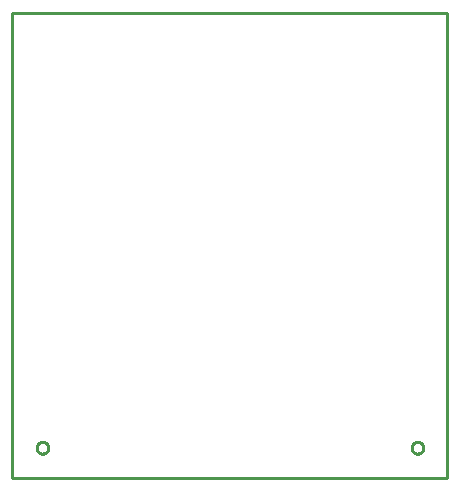
<source format=gbr>
G04 EAGLE Gerber X2 export*
%TF.Part,Single*%
%TF.FileFunction,Profile,NP*%
%TF.FilePolarity,Positive*%
%TF.GenerationSoftware,Autodesk,EAGLE,8.6.0*%
%TF.CreationDate,2018-02-28T16:01:23Z*%
G75*
%MOMM*%
%FSLAX34Y34*%
%LPD*%
%AMOC8*
5,1,8,0,0,1.08239X$1,22.5*%
G01*
%ADD10C,0.254000*%


D10*
X-12700Y-6350D02*
X355550Y-6350D01*
X355550Y387300D01*
X-12700Y387300D01*
X-12700Y-6350D01*
X335200Y18769D02*
X335137Y18211D01*
X335012Y17664D01*
X334827Y17134D01*
X334583Y16628D01*
X334284Y16152D01*
X333934Y15713D01*
X333537Y15316D01*
X333098Y14966D01*
X332622Y14667D01*
X332116Y14423D01*
X331586Y14238D01*
X331039Y14113D01*
X330481Y14050D01*
X329919Y14050D01*
X329361Y14113D01*
X328814Y14238D01*
X328284Y14423D01*
X327778Y14667D01*
X327302Y14966D01*
X326863Y15316D01*
X326466Y15713D01*
X326116Y16152D01*
X325817Y16628D01*
X325573Y17134D01*
X325388Y17664D01*
X325263Y18211D01*
X325200Y18769D01*
X325200Y19331D01*
X325263Y19889D01*
X325388Y20436D01*
X325573Y20966D01*
X325817Y21472D01*
X326116Y21948D01*
X326466Y22387D01*
X326863Y22784D01*
X327302Y23134D01*
X327778Y23433D01*
X328284Y23677D01*
X328814Y23862D01*
X329361Y23987D01*
X329919Y24050D01*
X330481Y24050D01*
X331039Y23987D01*
X331586Y23862D01*
X332116Y23677D01*
X332622Y23433D01*
X333098Y23134D01*
X333537Y22784D01*
X333934Y22387D01*
X334284Y21948D01*
X334583Y21472D01*
X334827Y20966D01*
X335012Y20436D01*
X335137Y19889D01*
X335200Y19331D01*
X335200Y18769D01*
X17700Y18769D02*
X17637Y18211D01*
X17512Y17664D01*
X17327Y17134D01*
X17083Y16628D01*
X16784Y16152D01*
X16434Y15713D01*
X16037Y15316D01*
X15598Y14966D01*
X15122Y14667D01*
X14616Y14423D01*
X14086Y14238D01*
X13539Y14113D01*
X12981Y14050D01*
X12419Y14050D01*
X11861Y14113D01*
X11314Y14238D01*
X10784Y14423D01*
X10278Y14667D01*
X9802Y14966D01*
X9363Y15316D01*
X8966Y15713D01*
X8616Y16152D01*
X8317Y16628D01*
X8073Y17134D01*
X7888Y17664D01*
X7763Y18211D01*
X7700Y18769D01*
X7700Y19331D01*
X7763Y19889D01*
X7888Y20436D01*
X8073Y20966D01*
X8317Y21472D01*
X8616Y21948D01*
X8966Y22387D01*
X9363Y22784D01*
X9802Y23134D01*
X10278Y23433D01*
X10784Y23677D01*
X11314Y23862D01*
X11861Y23987D01*
X12419Y24050D01*
X12981Y24050D01*
X13539Y23987D01*
X14086Y23862D01*
X14616Y23677D01*
X15122Y23433D01*
X15598Y23134D01*
X16037Y22784D01*
X16434Y22387D01*
X16784Y21948D01*
X17083Y21472D01*
X17327Y20966D01*
X17512Y20436D01*
X17637Y19889D01*
X17700Y19331D01*
X17700Y18769D01*
X335200Y18769D02*
X335137Y18211D01*
X335012Y17664D01*
X334827Y17134D01*
X334583Y16628D01*
X334284Y16152D01*
X333934Y15713D01*
X333537Y15316D01*
X333098Y14966D01*
X332622Y14667D01*
X332116Y14423D01*
X331586Y14238D01*
X331039Y14113D01*
X330481Y14050D01*
X329919Y14050D01*
X329361Y14113D01*
X328814Y14238D01*
X328284Y14423D01*
X327778Y14667D01*
X327302Y14966D01*
X326863Y15316D01*
X326466Y15713D01*
X326116Y16152D01*
X325817Y16628D01*
X325573Y17134D01*
X325388Y17664D01*
X325263Y18211D01*
X325200Y18769D01*
X325200Y19331D01*
X325263Y19889D01*
X325388Y20436D01*
X325573Y20966D01*
X325817Y21472D01*
X326116Y21948D01*
X326466Y22387D01*
X326863Y22784D01*
X327302Y23134D01*
X327778Y23433D01*
X328284Y23677D01*
X328814Y23862D01*
X329361Y23987D01*
X329919Y24050D01*
X330481Y24050D01*
X331039Y23987D01*
X331586Y23862D01*
X332116Y23677D01*
X332622Y23433D01*
X333098Y23134D01*
X333537Y22784D01*
X333934Y22387D01*
X334284Y21948D01*
X334583Y21472D01*
X334827Y20966D01*
X335012Y20436D01*
X335137Y19889D01*
X335200Y19331D01*
X335200Y18769D01*
X17700Y18769D02*
X17637Y18211D01*
X17512Y17664D01*
X17327Y17134D01*
X17083Y16628D01*
X16784Y16152D01*
X16434Y15713D01*
X16037Y15316D01*
X15598Y14966D01*
X15122Y14667D01*
X14616Y14423D01*
X14086Y14238D01*
X13539Y14113D01*
X12981Y14050D01*
X12419Y14050D01*
X11861Y14113D01*
X11314Y14238D01*
X10784Y14423D01*
X10278Y14667D01*
X9802Y14966D01*
X9363Y15316D01*
X8966Y15713D01*
X8616Y16152D01*
X8317Y16628D01*
X8073Y17134D01*
X7888Y17664D01*
X7763Y18211D01*
X7700Y18769D01*
X7700Y19331D01*
X7763Y19889D01*
X7888Y20436D01*
X8073Y20966D01*
X8317Y21472D01*
X8616Y21948D01*
X8966Y22387D01*
X9363Y22784D01*
X9802Y23134D01*
X10278Y23433D01*
X10784Y23677D01*
X11314Y23862D01*
X11861Y23987D01*
X12419Y24050D01*
X12981Y24050D01*
X13539Y23987D01*
X14086Y23862D01*
X14616Y23677D01*
X15122Y23433D01*
X15598Y23134D01*
X16037Y22784D01*
X16434Y22387D01*
X16784Y21948D01*
X17083Y21472D01*
X17327Y20966D01*
X17512Y20436D01*
X17637Y19889D01*
X17700Y19331D01*
X17700Y18769D01*
M02*

</source>
